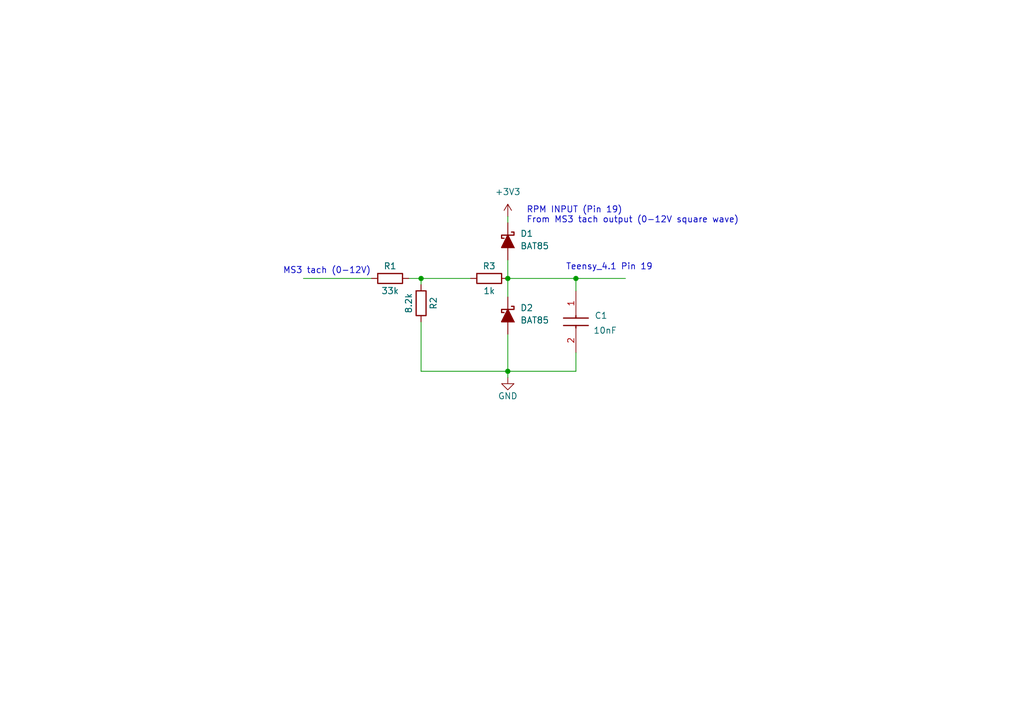
<source format=kicad_sch>
(kicad_sch (version 20250114) (generator "eeschema") (generator_version "9.0")
  (paper "A5")
  (title_block (title "4L60E Controller - Input Conditioning (Overview)") (date "2026-01-26") (rev "B") (comment 1 "Input sheets listed below"))
  (lib_symbols
    (symbol "Device:R" (pin_numbers (hide yes)) (pin_names (offset 0))
      (property "Reference" "R" (at 2.032 0 90))
      (property "Value" "R" (at 0 0 90))
      (symbol "R_0_1"
        (rectangle (start -1.016 -2.54) (end 1.016 2.54) (stroke (width 0.254)))
      )
      (symbol "R_1_1"
        (pin passive line (at 0 3.81 270) (length 1.27) (name "~") (number "1"))
        (pin passive line (at 0 -3.81 90) (length 1.27) (name "~") (number "2"))
      )
    )
    (symbol "PCM_Diode_Schottky_AKL:BAT85" (pin_numbers (hide yes)) (pin_names (offset 1.016) (hide yes))
      (property "Reference" "D" (at 0 5.08 0))
      (property "Value" "BAT85" (at 0 2.54 0))
      (symbol "BAT85_0_1"
        (polyline (pts (xy -1.27 0) (xy 1.27 0)))
        (polyline (pts (xy -1.27 -1.27) (xy -1.27 1.27) (xy 1.27 0) (xy -1.27 -1.27)) (stroke (width 0.254)) (fill (type outline)))
        (polyline (pts (xy 1.905 -0.762) (xy 1.905 -1.27) (xy 1.27 -1.27) (xy 1.27 1.27) (xy 0.635 1.27) (xy 0.635 0.762)) (stroke (width 0.254)))
      )
      (symbol "BAT85_0_2"
        (polyline (pts (xy -2.54 -2.54) (xy 2.54 2.54)))
        (polyline (pts (xy -0.889 -0.889) (xy -1.778 0) (xy 0.889 0.889) (xy 0 -1.778) (xy -0.889 -0.889)) (stroke (width 0.254)) (fill (type outline)))
        (polyline (pts (xy 0 1.778) (xy 1.778 0)) (stroke (width 0.254)))
        (polyline (pts (xy 0 1.778) (xy -0.381 1.397) (xy 0 1.016)) (stroke (width 0.254)))
        (polyline (pts (xy 1.778 0) (xy 2.159 0.381) (xy 1.778 0.762)) (stroke (width 0.254)))
      )
      (symbol "BAT85_1_1"
        (pin passive line (at -3.81 0 0) (length 2.54) (name "A") (number "2"))
        (pin passive line (at 3.81 0 180) (length 2.54) (name "K") (number "1"))
      )
      (symbol "BAT85_1_2"
        (pin passive line (at -2.54 -2.54 0) (length 0) (name "A") (number "2"))
        (pin passive line (at 2.54 2.54 180) (length 0) (name "K") (number "1"))
      )
    )
    (symbol "SamacSys_Parts:SR211C104KAATR1" (pin_names (hide yes))
      (property "Reference" "C" (at 8.89 6.35 0))
      (property "Value" "SR211C104KAATR1" (at 8.89 3.81 0))
      (symbol "SR211C104KAATR1_1_1"
        (polyline (pts (xy 5.08 0) (xy 5.588 0)) (stroke (width 0.254)))
        (polyline (pts (xy 5.588 2.54) (xy 5.588 -2.54)) (stroke (width 0.254)))
        (polyline (pts (xy 7.112 2.54) (xy 7.112 -2.54)) (stroke (width 0.254)))
        (polyline (pts (xy 7.112 0) (xy 7.62 0)) (stroke (width 0.254)))
        (pin passive line (at 0 0 0) (length 5.08) (name "1") (number "1"))
        (pin passive line (at 12.7 0 180) (length 5.08) (name "2") (number "2"))
      )
    )
    (symbol "power:+3V3" (power) (pin_numbers (hide yes)) (pin_names (offset 0) (hide yes))
      (property "Value" "+3V3" (at 0 3.556 0))
      (symbol "+3V3_0_1"
        (polyline (pts (xy -0.762 1.27) (xy 0 2.54)))
        (polyline (pts (xy 0 2.54) (xy 0.762 1.27)))
        (polyline (pts (xy 0 0) (xy 0 2.54)))
      )
      (symbol "+3V3_1_1"
        (pin power_in line (at 0 0 90) (length 0) (name "~") (number "1"))
      )
    )
    (symbol "power:GND" (power) (pin_numbers (hide yes)) (pin_names (offset 0) (hide yes))
      (property "Value" "GND" (at 0 -3.81 0))
      (symbol "GND_0_1"
        (polyline (pts (xy 0 0) (xy 0 -1.27) (xy 1.27 -1.27) (xy 0 -2.54) (xy -1.27 -1.27) (xy 0 -1.27)))
      )
      (symbol "GND_1_1"
        (pin power_in line (at 0 0 270) (length 0) (name "~") (number "1"))
      )
    )
  )
  (text "Teensy_4.1 Pin 19" (at 124.968 54.864 0) (effects (font (size 1.27 1.27))))
  (text "RPM INPUT (Pin 19)\nFrom MS3 tach output (0-12V square wave)\n" (at 107.95 44.196 0) (effects (font (size 1.27 1.27)) (justify left)))
  (text "MS3 tach (0-12V)" (at 67.056 55.626 0) (effects (font (size 1.27 1.27))))
  (junction (at 86.36 57.15))
  (junction (at 104.14 57.15))
  (junction (at 118.11 57.15))
  (junction (at 104.14 76.2))
  (wire (pts (xy 83.82 57.15) (xy 86.36 57.15)))
  (wire (pts (xy 104.14 57.15) (xy 104.14 60.96)))
  (wire (pts (xy 118.11 76.2) (xy 104.14 76.2)))
  (wire (pts (xy 118.11 57.15) (xy 128.27 57.15)))
  (wire (pts (xy 118.11 72.39) (xy 118.11 76.2)))
  (wire (pts (xy 104.14 44.45) (xy 104.14 45.72)))
  (wire (pts (xy 118.11 57.15) (xy 118.11 59.69)))
  (wire (pts (xy 86.36 76.2) (xy 104.14 76.2)))
  (wire (pts (xy 104.14 57.15) (xy 118.11 57.15)))
  (wire (pts (xy 104.14 76.2) (xy 104.14 68.58)))
  (wire (pts (xy 104.14 57.15) (xy 104.14 53.34)))
  (wire (pts (xy 86.36 66.04) (xy 86.36 76.2)))
  (wire (pts (xy 86.36 58.42) (xy 86.36 57.15)))
  (wire (pts (xy 104.14 76.2) (xy 104.14 77.47)))
  (wire (pts (xy 86.36 57.15) (xy 96.52 57.15)))
  (wire (pts (xy 76.2 57.15) (xy 62.23 57.15)))
  (symbol (lib_id "PCM_Diode_Schottky_AKL:BAT85") (at 104.14 64.77 90) (unit 1)
    (property "Reference" "D2" (at 106.68 63.1824 90) (effects (justify right)))
    (property "Value" "BAT85" (at 106.68 65.7224 90) (effects (justify right)))
    (property "Footprint" "PCM_Diode_THT_AKL:D_DO-34_SOD68_P7.62mm_Horizontal" (effects (hide yes)))
    (property "Datasheet" "https://www.tme.eu/Document/a02201ffd45e43da73ea0afaa07300b7/BAT85.pdf" (effects (hide yes)))
    (property "Description" "DO-34 Schottky diode, 30V, 200mA, Alternate KiCAD Library" (effects (hide yes)))
  )
  (symbol (lib_id "Device:R") (at 80.01 57.15 90) (unit 1)
    (property "Reference" "R1" (at 80.01 54.61 90))
    (property "Value" "33k" (at 80.01 59.69 90))
  )
  (symbol (lib_id "SamacSys_Parts:SR211C104KAATR1") (at 118.11 59.69 270) (unit 1)
    (property "Reference" "C1" (at 121.92 64.7699 90) (effects (justify left)))
    (property "Value" "10nF" (at 121.666 67.818 90) (effects (justify left)))
    (property "Footprint" "SamacSys_Parts:SR211C104KAATR1" (effects (hide yes)))
    (property "Datasheet" "https://datasheets.kyocera-avx.com/SR-Series.pdf" (effects (hide yes)))
    (property "Description" "Multilayer Ceramic Capacitors MLCC - Leaded 100V 0.1uF X7R Long Leads 1\"min 10% A 581-SR211C104KARTR1" (effects (hide yes)))
    (property "Height" "5.08" (effects (hide yes)))
    (property "Mouser Part Number" "581-SR211C104KAATR1" (effects (hide yes)))
    (property "Mouser Price/Stock" "https://www.mouser.co.uk/ProductDetail/KYOCERA-AVX/SR211C104KAATR1?qs=wrl9V6q653S2nTpVE13MlA%3D%3D" (effects (hide yes)))
    (property "Manufacturer_Name" "Kyocera AVX" (effects (hide yes)))
    (property "Manufacturer_Part_Number" "SR211C104KAATR1" (effects (hide yes)))
  )
  (symbol (lib_id "PCM_Diode_Schottky_AKL:BAT85") (at 104.14 49.53 90) (unit 1)
    (property "Reference" "D1" (at 106.68 47.9424 90) (effects (justify right)))
    (property "Value" "BAT85" (at 106.68 50.4824 90) (effects (justify right)))
    (property "Footprint" "PCM_Diode_THT_AKL:D_DO-34_SOD68_P7.62mm_Horizontal" (effects (hide yes)))
    (property "Datasheet" "https://www.tme.eu/Document/a02201ffd45e43da73ea0afaa07300b7/BAT85.pdf" (effects (hide yes)))
    (property "Description" "DO-34 Schottky diode, 30V, 200mA, Alternate KiCAD Library" (effects (hide yes)))
  )
  (symbol (lib_id "power:GND") (at 104.14 77.47 0) (unit 1) (in_bom no)
    (property "Reference" "#PWR02" (effects (hide yes)))
    (property "Value" "GND" (at 104.14 81.28 0))
  )
  (symbol (lib_id "Device:R") (at 86.36 62.23 0) (unit 1)
    (property "Reference" "R2" (at 88.9 62.23 90))
    (property "Value" "8.2k" (at 83.82 62.23 90))
  )
  (symbol (lib_id "power:+3V3") (at 104.14 44.45 0) (unit 1)
    (property "Reference" "#PWR01" (effects (hide yes)))
    (property "Value" "+3V3" (at 104.14 39.37 0))
    (property "Description" "Power symbol creates a global label with name \"+3V3\"" (effects (hide yes)))
  )
  (symbol (lib_id "Device:R") (at 100.33 57.15 90) (unit 1)
    (property "Reference" "R3" (at 100.33 54.61 90))
    (property "Value" "1k" (at 100.33 59.69 90))
  )
)
</source>
